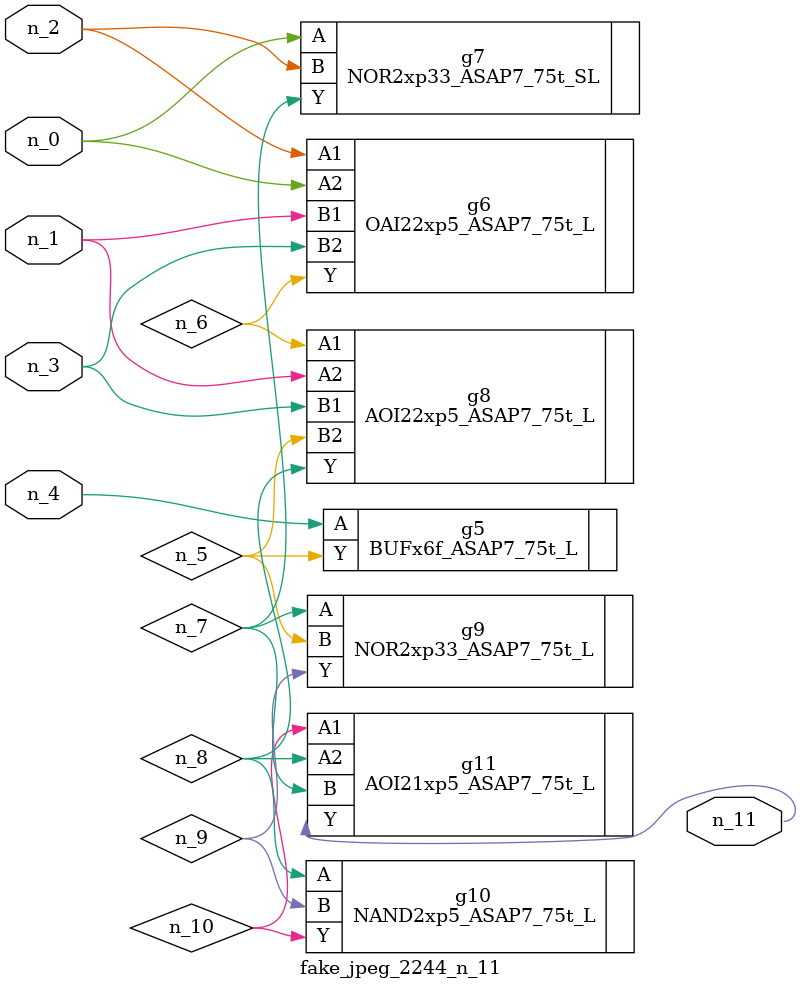
<source format=v>
module fake_jpeg_2244_n_11 (n_3, n_2, n_1, n_0, n_4, n_11);

input n_3;
input n_2;
input n_1;
input n_0;
input n_4;

output n_11;

wire n_10;
wire n_8;
wire n_9;
wire n_6;
wire n_5;
wire n_7;

BUFx6f_ASAP7_75t_L g5 ( 
.A(n_4),
.Y(n_5)
);

OAI22xp5_ASAP7_75t_L g6 ( 
.A1(n_2),
.A2(n_0),
.B1(n_1),
.B2(n_3),
.Y(n_6)
);

NOR2xp33_ASAP7_75t_SL g7 ( 
.A(n_0),
.B(n_2),
.Y(n_7)
);

AOI22xp5_ASAP7_75t_L g8 ( 
.A1(n_6),
.A2(n_1),
.B1(n_3),
.B2(n_5),
.Y(n_8)
);

NAND2xp5_ASAP7_75t_L g10 ( 
.A(n_8),
.B(n_9),
.Y(n_10)
);

NOR2xp33_ASAP7_75t_L g9 ( 
.A(n_7),
.B(n_5),
.Y(n_9)
);

AOI21xp5_ASAP7_75t_L g11 ( 
.A1(n_10),
.A2(n_8),
.B(n_7),
.Y(n_11)
);


endmodule
</source>
